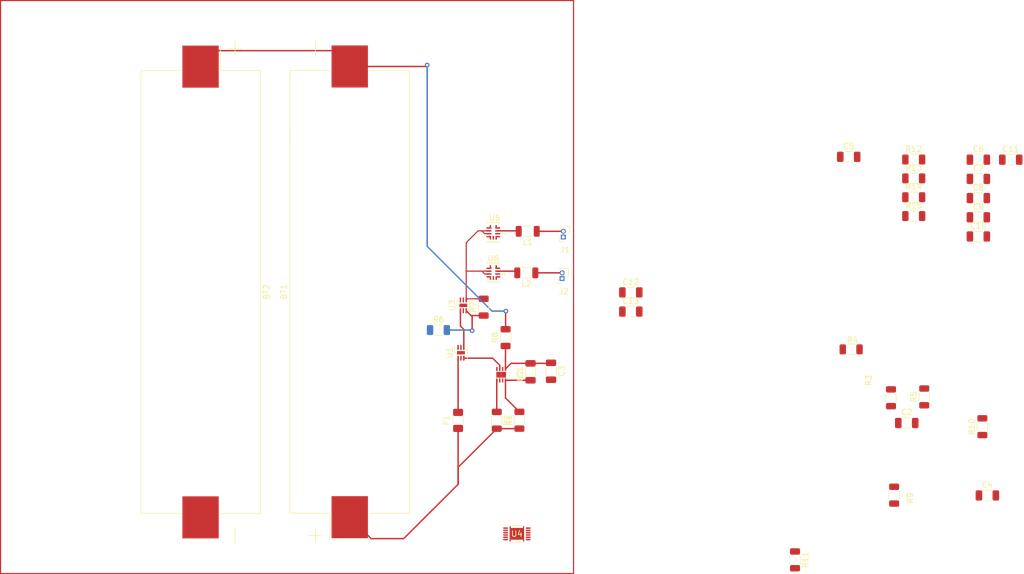
<source format=kicad_pcb>
(kicad_pcb (version 20221018) (generator pcbnew)
  (layers (0 "F.Cu" signal) (31 "B.Cu" signal) (34 "B.Paste" user) (35 "F.Paste" user) (36 "B.SilkS" user "B.Silkscreen") (37 "F.SilkS" user "F.Silkscreen") (38 "B.Mask" user) (39 "F.Mask" user) (44 "Edge.Cuts" user))
  (net 0 "")
  (net 1 "/B2+")
  (net 2 "/B1+")
  (net 3 "GND")
  (net 4 "Net-(U2-V2)")
  (net 5 "Net-(U2-V1)")
  (net 6 "/SRP")
  (net 7 "/SRN")
  (net 8 "Net-(U4-VC1)")
  (net 9 "Net-(U4-VC2)")
  (net 10 "Net-(U4-PBI)")
  (net 11 "/PACK+")
  (net 12 "Net-(U5-SS_TR)")
  (net 13 "Net-(U6-SS_TR)")
  (net 14 "/3.3V")
  (net 15 "/5V")
  (net 16 "Net-(U5-SW)")
  (net 17 "Net-(U6-SW)")
  (net 18 "Net-(U2-VDD)")
  (net 19 "/PACK-")
  (net 20 "/DSG")
  (net 21 "Net-(U4-PACK)")
  (net 22 "Net-(U5-FB_VSET)")
  (net 23 "Net-(U6-FB_VSET)")
  (net 24 "/OUT")
  (net 25 "/BATT+")
  (net 30 "/FUEL_SCL")
  (net 31 "/FUEL_SDA")
  (net 35 "Net-(C12-Pad2)")
  (net 36 "Net-(U1-D)")
  (net 37 "Net-(U3-G)")
  (footprint "Resistor_SMD:R_1206_3216Metric" (layer "F.Cu") (at 215.648 155.0875 -90)
    (fp_text reference "R11" (at 0 -1.82 90) (layer "F.SilkS"))
    (fp_text value "5")
    (fp_line (start -0.727064 -0.91) (end 0.727064 -0.91) (stroke (width 0.12)) (layer "F.SilkS"))
    (fp_line (start -0.727064 0.91) (end 0.727064 0.91) (stroke (width 0.12)) (layer "F.SilkS"))
    (pad "1" smd roundrect (at -1.4625 0 270) (size 1.125 1.75) (layers "F.Cu" "F.Paste" "F.Mask") (roundrect_rratio 0.222222) (net 9 "Net-(U4-VC2)"))
    (pad "2" smd roundrect (at 1.4625 0 270) (size 1.125 1.75) (layers "F.Cu" "F.Paste" "F.Mask") (roundrect_rratio 0.222222) (net 1 "/B2+"))
  )
  (footprint "Capacitor_SMD:C_1206_3216Metric" (layer "F.Cu") (at 247.65 98.648)
    (fp_text reference "C10" (at 0 -1.85) (layer "F.SilkS"))
    (fp_text value "22u")
    (fp_line (start -0.711252 -0.91) (end 0.711252 -0.91) (stroke (width 0.12)) (layer "F.SilkS"))
    (fp_line (start -0.711252 0.91) (end 0.711252 0.91) (stroke (width 0.12)) (layer "F.SilkS"))
    (pad "1" smd roundrect (at -1.475 0) (size 1.15 1.8) (layers "F.Cu" "F.Paste" "F.Mask") (roundrect_rratio 0.217391) (net 14 "/3.3V"))
    (pad "2" smd roundrect (at 1.475 0) (size 1.15 1.8) (layers "F.Cu" "F.Paste" "F.Mask") (roundrect_rratio 0.217391) (net 3 "GND"))
  )
  (footprint "Capacitor_SMD:C_1206_3216Metric" (layer "F.Cu") (at 253.3 85.248)
    (fp_text reference "C11" (at 0 -1.85) (layer "F.SilkS"))
    (fp_text value "22u")
    (fp_line (start -0.711252 -0.91) (end 0.711252 -0.91) (stroke (width 0.12)) (layer "F.SilkS"))
    (fp_line (start -0.711252 0.91) (end 0.711252 0.91) (stroke (width 0.12)) (layer "F.SilkS"))
    (pad "1" smd roundrect (at -1.475 0) (size 1.15 1.8) (layers "F.Cu" "F.Paste" "F.Mask") (roundrect_rratio 0.217391) (net 15 "/5V"))
    (pad "2" smd roundrect (at 1.475 0) (size 1.15 1.8) (layers "F.Cu" "F.Paste" "F.Mask") (roundrect_rratio 0.217391) (net 3 "GND"))
  )
  (footprint "Connector_PinSocket_1.00mm:PinSocket_1x02_P1.00mm_Vertical" (layer "F.Cu") (at 175 106 180)
    (fp_text reference "J2" (at -0.29 -2.25) (layer "F.SilkS"))
    (fp_text value "Conn_01x02_Pin")
    (fp_line (start -1.1 0.5) (end -1.1 1.81) (stroke (width 0.12)) (layer "F.SilkS"))
    (fp_line (start -1.1 0.5) (end -0.685 0.5) (stroke (width 0.12)) (layer "F.SilkS"))
    (fp_line (start -1.1 1.81) (end 0.52 1.81) (stroke (width 0.12)) (layer "F.SilkS"))
    (fp_line (start 0 -0.81) (end 0.685 -0.81) (stroke (width 0.12)) (layer "F.SilkS"))
    (fp_line (start 0.52 1.445898) (end 0.52 1.81) (stroke (width 0.12)) (layer "F.SilkS"))
    (fp_line (start 0.685 -0.81) (end 0.685 0) (stroke (width 0.12)) (layer "F.SilkS"))
    (pad "1" thru_hole rect (at 0 0 180) (size 0.85 0.85) (drill 0.5) (layers "*.Cu" "*.Mask") (net 3 "GND"))
    (pad "2" thru_hole oval (at 0 1 180) (size 0.85 0.85) (drill 0.5) (layers "*.Cu" "*.Mask") (net 15 "/5V"))
  )
  (footprint "Resistor_SMD:R_1206_3216Metric" (layer "F.Cu") (at 232.95 143.8 -90)
    (fp_text reference "R9" (at 0.508 -2.794 90) (layer "F.SilkS"))
    (fp_text value "10")
    (fp_line (start -0.727064 -0.91) (end 0.727064 -0.91) (stroke (width 0.12)) (layer "F.SilkS"))
    (fp_line (start -0.727064 0.91) (end 0.727064 0.91) (stroke (width 0.12)) (layer "F.SilkS"))
    (pad "1" smd roundrect (at -1.4625 0 270) (size 1.125 1.75) (layers "F.Cu" "F.Paste" "F.Mask") (roundrect_rratio 0.222222) (net 21 "Net-(U4-PACK)"))
    (pad "2" smd roundrect (at 1.4625 0 270) (size 1.125 1.75) (layers "F.Cu" "F.Paste" "F.Mask") (roundrect_rratio 0.222222) (net 11 "/PACK+"))
  )
  (footprint "Capacitor_SMD:C_1206_3216Metric" (layer "F.Cu") (at 247.65 88.598)
    (fp_text reference "C7" (at 0 -1.85) (layer "F.SilkS"))
    (fp_text value "22u")
    (fp_line (start -0.711252 -0.91) (end 0.711252 -0.91) (stroke (width 0.12)) (layer "F.SilkS"))
    (fp_line (start -0.711252 0.91) (end 0.711252 0.91) (stroke (width 0.12)) (layer "F.SilkS"))
    (pad "1" smd roundrect (at -1.475 0) (size 1.15 1.8) (layers "F.Cu" "F.Paste" "F.Mask") (roundrect_rratio 0.217391) (net 11 "/PACK+"))
    (pad "2" smd roundrect (at 1.475 0) (size 1.15 1.8) (layers "F.Cu" "F.Paste" "F.Mask") (roundrect_rratio 0.217391) (net 3 "GND"))
  )
  (footprint "Capacitor_SMD:C_1206_3216Metric" (layer "F.Cu") (at 225.025 84.75)
    (fp_text reference "C5" (at 0 -1.85) (layer "F.SilkS"))
    (fp_text value "2.2u")
    (fp_line (start -0.711252 -0.91) (end 0.711252 -0.91) (stroke (width 0.12)) (layer "F.SilkS"))
    (fp_line (start -0.711252 0.91) (end 0.711252 0.91) (stroke (width 0.12)) (layer "F.SilkS"))
    (pad "1" smd roundrect (at -1.475 0) (size 1.15 1.8) (layers "F.Cu" "F.Paste" "F.Mask") (roundrect_rratio 0.217391) (net 10 "Net-(U4-PBI)"))
    (pad "2" smd roundrect (at 1.475 0) (size 1.15 1.8) (layers "F.Cu" "F.Paste" "F.Mask") (roundrect_rratio 0.217391) (net 3 "GND"))
  )
  (footprint "Resistor_SMD:R_1206_3216Metric" (layer "F.Cu") (at 161.31 110.99 90)
    (fp_text reference "R7" (at 0 -1.82 90) (layer "F.SilkS"))
    (fp_text value "10M")
    (fp_line (start -0.727064 -0.91) (end 0.727064 -0.91) (stroke (width 0.12)) (layer "F.SilkS"))
    (fp_line (start -0.727064 0.91) (end 0.727064 0.91) (stroke (width 0.12)) (layer "F.SilkS"))
    (pad "1" smd roundrect (at -1.4625 0 90) (size 1.125 1.75) (layers "F.Cu" "F.Paste" "F.Mask") (roundrect_rratio 0.222222) (net 37 "Net-(U3-G)"))
    (pad "2" smd roundrect (at 1.4625 0 90) (size 1.125 1.75) (layers "F.Cu" "F.Paste" "F.Mask") (roundrect_rratio 0.222222) (net 11 "/PACK+"))
  )
  (footprint "PowerBoardLibrary:DSG8_TEX" (layer "F.Cu") (at 164.37 122.77 90)
    (fp_text reference "U2" (at -0.21 3.3 90 unlocked) (layer "F.SilkS"))
    (fp_text value "BQ296202DSGR")
    (fp_poly (pts (xy -0.5207 -0.8509) (xy 0.4953 -0.8509) (xy 0.4953 0) (xy -0.5207 0)) (fill solid) (layer "F.Cu"))
    (fp_poly (pts (xy -0.5207 0.8509) (xy 0.4953 0.8509) (xy 0.4953 0) (xy -0.5207 0)) (fill solid) (layer "F.Cu"))
    (pad "1" smd rect (at -1.0033 -0.750001 90) (size 0.7112 0.254) (layers "F.Cu" "F.Paste" "F.Mask") (net 18 "Net-(U2-VDD)"))
    (pad "2" smd rect (at -1.0033 -0.25 90) (size 0.7112 0.254) (layers "F.Cu" "F.Paste" "F.Mask"))
    (pad "3" smd rect (at -1.0033 0.25 90) (size 0.7112 0.254) (layers "F.Cu" "F.Paste" "F.Mask"))
    (pad "4" smd rect (at -1.0033 0.750001 90) (size 0.7112 0.254) (layers "F.Cu" "F.Paste" "F.Mask") (net 4 "Net-(U2-V2)"))
    (pad "5" smd rect (at 1.0033 0.750001 90) (size 0.7112 0.254) (layers "F.Cu" "F.Paste" "F.Mask") (net 5 "Net-(U2-V1)"))
    (pad "6" smd rect (at 1.0033 0.25 90) (size 0.7112 0.254) (layers "F.Cu" "F.Paste" "F.Mask") (net 3 "GND"))
    (pad "7" smd rect (at 1.0033 -0.25 90) (size 0.7112 0.254) (layers "F.Cu" "F.Paste" "F.Mask") (net 24 "/OUT"))
    (pad "8" smd rect (at 1.0033 -0.750001 90) (size 0.7112 0.254) (layers "F.Cu" "F.Paste" "F.Mask"))
  )
  (footprint "Connector_PinSocket_1.00mm:PinSocket_1x02_P1.00mm_Vertical" (layer "F.Cu") (at 175.21 98.75 180)
    (fp_text reference "J1" (at -0.29 -2.25) (layer "F.SilkS"))
    (fp_text value "Conn_01x02_Pin")
    (fp_line (start -1.1 0.5) (end -1.1 1.81) (stroke (width 0.12)) (layer "F.SilkS"))
    (fp_line (start -1.1 0.5) (end -0.685 0.5) (stroke (width 0.12)) (layer "F.SilkS"))
    (fp_line (start -1.1 1.81) (end 0.52 1.81) (stroke (width 0.12)) (layer "F.SilkS"))
    (fp_line (start 0 -0.81) (end 0.685 -0.81) (stroke (width 0.12)) (layer "F.SilkS"))
    (fp_line (start 0.52 1.445898) (end 0.52 1.81) (stroke (width 0.12)) (layer "F.SilkS"))
    (fp_line (start 0.685 -0.81) (end 0.685 0) (stroke (width 0.12)) (layer "F.SilkS"))
    (pad "1" thru_hole rect (at 0 0 180) (size 0.85 0.85) (drill 0.5) (layers "*.Cu" "*.Mask") (net 3 "GND"))
    (pad "2" thru_hole oval (at 0 1 180) (size 0.85 0.85) (drill 0.5) (layers "*.Cu" "*.Mask") (net 14 "/3.3V"))
  )
  (footprint "Capacitor_SMD:C_1206_3216Metric" (layer "F.Cu") (at 247.65 85.248)
    (fp_text reference "C6" (at 0 -1.85) (layer "F.SilkS"))
    (fp_text value "22u")
    (fp_line (start -0.711252 -0.91) (end 0.711252 -0.91) (stroke (width 0.12)) (layer "F.SilkS"))
    (fp_line (start -0.711252 0.91) (end 0.711252 0.91) (stroke (width 0.12)) (layer "F.SilkS"))
    (pad "1" smd roundrect (at -1.475 0) (size 1.15 1.8) (layers "F.Cu" "F.Paste" "F.Mask") (roundrect_rratio 0.217391) (net 11 "/PACK+"))
    (pad "2" smd roundrect (at 1.475 0) (size 1.15 1.8) (layers "F.Cu" "F.Paste" "F.Mask") (roundrect_rratio 0.217391) (net 3 "GND"))
  )
  (footprint "Resistor_SMD:R_1206_3216Metric" (layer "F.Cu") (at 236.37 95.088)
    (fp_text reference "R15" (at 0 -1.82) (layer "F.SilkS"))
    (fp_text value "24.9k")
    (fp_line (start -0.727064 -0.91) (end 0.727064 -0.91) (stroke (width 0.12)) (layer "F.SilkS"))
    (fp_line (start -0.727064 0.91) (end 0.727064 0.91) (stroke (width 0.12)) (layer "F.SilkS"))
    (pad "1" smd roundrect (at -1.4625 0) (size 1.125 1.75) (layers "F.Cu" "F.Paste" "F.Mask") (roundrect_rratio 0.222222) (net 23 "Net-(U6-FB_VSET)"))
    (pad "2" smd roundrect (at 1.4625 0) (size 1.125 1.75) (layers "F.Cu" "F.Paste" "F.Mask") (roundrect_rratio 0.222222) (net 3 "GND"))
  )
  (footprint "PowerBoardLibrary:RYT0009A-MFG" (layer "F.Cu") (at 163 104.950001 180)
    (fp_text reference "U6" (at 0 2.450001 unlocked) (layer "F.SilkS"))
    (fp_text value "TPS62993QRYTRQ1" hide)
    (fp_poly (pts (xy -1.2 -0.825) (xy -1.15 -0.875) (xy -0.675 -0.875) (xy -0.625 -0.924999) (xy -0.625 -1.224999) (xy -0.575 -1.275001) (xy -0.425 -1.275001) (xy -0.374998 -1.224999) (xy -0.375001 -0.675) (xy -0.425 -0.625) (xy -1.15 -0.625) (xy -1.2 -0.675)) (fill solid) (layer "F.Cu"))
    (fp_poly (pts (xy 1.2 -0.825) (xy 1.15 -0.875) (xy 0.675 -0.875) (xy 0.625 -0.924999) (xy 0.625 -1.224999) (xy 0.575 -1.275001) (xy 0.425 -1.275001) (xy 0.375001 -1.224999) (xy 0.375001 -0.675) (xy 0.425 -0.625) (xy 1.15 -0.625) (xy 1.2 -0.675)) (fill solid) (layer "F.Cu"))
    (fp_poly (pts (xy -1.2 0.825) (xy -1.15 0.875) (xy -0.675 0.875) (xy -0.625 0.924999) (xy -0.625 1.224999) (xy -0.575 1.275001) (xy -0.425 1.274999) (xy -0.375001 1.224999) (xy -0.375001 0.911603) (xy -0.349999 0.868302) (xy -0.325001 0.825) (xy -0.325001 0.675) (xy -0.375001 0.625) (xy -1.15 0.625) (xy -1.2 0.675)) (fill solid) (layer "F.Cu"))
    (fp_poly (pts (xy 1.2 0.825) (xy 1.15 0.875) (xy 0.675 0.875) (xy 0.625 0.924999) (xy 0.625 1.224999) (xy 0.575 1.275001) (xy 0.425 1.274999) (xy 0.374998 1.224999) (xy 0.375001 0.911603) (xy 0.349999 0.868302) (xy 0.325001 0.825) (xy 0.325001 0.675) (xy 0.375001 0.625) (xy 1.15 0.625) (xy 1.2 0.675)) (fill solid) (layer "F.Cu"))
    (fp_line (start -1.05 -1.675) (end 1.05 -1.675) (stroke (width 0.15)) (layer "F.SilkS"))
    (fp_line (start -1.05 -1.650002) (end -1.05 -1.675) (stroke (width 0.15)) (layer "F.SilkS"))
    (fp_line (start -1.05 1.675) (end -1.05 1.650002) (stroke (width 0.15)) (layer "F.SilkS"))
    (fp_line (start -1.05 1.675) (end 1.05 1.675) (stroke (width 0.15)) (layer "F.SilkS"))
    (fp_line (start 1.05 -1.650002) (end 1.05 -1.675) (stroke (width 0.15)) (layer "F.SilkS"))
    (fp_line (start 1.05 1.675) (end 1.05 1.650002) (stroke (width 0.15)) (layer "F.SilkS"))
    (fp_circle (center -1.799999 -0.25) (end -1.674998 -0.25) (stroke (width 0.25)) (fill none) (layer "F.SilkS"))
    (pad "1" smd rect (at -0.7625 -0.25 180) (size 0.875 0.249999) (layers "F.Cu" "F.Paste" "F.Mask"))
    (pad "2" smd rect (at -0.7625 0.25 180) (size 0.875 0.249999) (layers "F.Cu" "F.Paste" "F.Mask") (net 17 "Net-(U6-SW)"))
    (pad "3" smd circle (at -0.509374 0.828124 180) (size 0.241877 0.241877) (layers "F.Cu" "F.Paste" "F.Mask") (net 15 "/5V"))
    (pad "4" smd circle (at 0.4875 0.787499 180) (size 0.278074 0.278074) (layers "F.Cu" "F.Paste" "F.Mask") (net 3 "GND"))
    (pad "5" smd rect (at 0.7625 0.25 180) (size 0.875 0.249999) (layers "F.Cu" "F.Paste" "F.Mask") (net 11 "/PACK+"))
    (pad "6" smd rect (at 0.7625 -0.25 180) (size 0.875 0.249999) (layers "F.Cu" "F.Paste" "F.Mask") (net 11 "/PACK+"))
    (pad "7" smd circle (at 0.5375 -0.787499 180) (size 0.241877 0.241877) (layers "F.Cu" "F.Paste" "F.Mask") (net 3 "GND"))
    (pad "8" smd rect (at 0 -0.950001 180) (size 0.249999 0.650001) (layers "F.Cu" "F.Paste" "F.Mask") (net 13 "Net-(U6-SS_TR)"))
    (pad "9" smd circle (at -0.509374 -0.828124 180) (size 0.241877 0.241877) (layers "F.Cu" "F.Paste" "F.Mask") (net 23 "Net-(U6-FB_VSET)"))
  )
  (footprint "Capacitor_SMD:C_1206_3216Metric" (layer "F.Cu") (at 249.225 143.85)
    (fp_text reference "C4" (at 0 -1.85) (layer "F.SilkS"))
    (fp_text value "2.2u")
    (fp_line (start -0.711252 -0.91) (end 0.711252 -0.91) (stroke (width 0.12)) (layer "F.SilkS"))
    (fp_line (start -0.711252 0.91) (end 0.711252 0.91) (stroke (width 0.12)) (layer "F.SilkS"))
    (pad "1" smd roundrect (at -1.475 0) (size 1.15 1.8) (layers "F.Cu" "F.Paste" "F.Mask") (roundrect_rratio 0.217391) (net 8 "Net-(U4-VC1)"))
    (pad "2" smd roundrect (at 1.475 0) (size 1.15 1.8) (layers "F.Cu" "F.Paste" "F.Mask") (roundrect_rratio 0.217391) (net 9 "Net-(U4-VC2)"))
  )
  (footprint "Resistor_SMD:R_1206_3216Metric" (layer "F.Cu") (at 236.37 85.218)
    (fp_text reference "R12" (at 0 -1.82) (layer "F.SilkS"))
    (fp_text value "113k")
    (fp_line (start -0.727064 -0.91) (end 0.727064 -0.91) (stroke (width 0.12)) (layer "F.SilkS"))
    (fp_line (start -0.727064 0.91) (end 0.727064 0.91) (stroke (width 0.12)) (layer "F.SilkS"))
    (pad "1" smd roundrect (at -1.4625 0) (size 1.125 1.75) (layers "F.Cu" "F.Paste" "F.Mask") (roundrect_rratio 0.222222) (net 14 "/3.3V"))
    (pad "2" smd roundrect (at 1.4625 0) (size 1.125 1.75) (layers "F.Cu" "F.Paste" "F.Mask") (roundrect_rratio 0.222222) (net 22 "Net-(U5-FB_VSET)"))
  )
  (footprint "Capacitor_SMD:C_1206_3216Metric" (layer "F.Cu") (at 169.49 122.27 90)
    (fp_text reference "C1" (at 0 -1.85 90) (layer "F.SilkS"))
    (fp_text value "0.1u")
    (fp_line (start -0.711252 -0.91) (end 0.711252 -0.91) (stroke (width 0.12)) (layer "F.SilkS"))
    (fp_line (start -0.711252 0.91) (end 0.711252 0.91) (stroke (width 0.12)) (layer "F.SilkS"))
    (pad "1" smd roundrect (at -1.475 0 90) (size 1.15 1.8) (layers "F.Cu" "F.Paste" "F.Mask") (roundrect_rratio 0.217391) (net 4 "Net-(U2-V2)"))
    (pad "2" smd roundrect (at 1.475 0 90) (size 1.15 1.8) (layers "F.Cu" "F.Paste" "F.Mask") (roundrect_rratio 0.217391) (net 5 "Net-(U2-V1)"))
  )
  (footprint "Capacitor_SMD:C_1206_3216Metric" (layer "F.Cu") (at 186.993 108.41)
    (fp_text reference "C12" (at 0 -1.85) (layer "F.SilkS"))
    (fp_text value "0.1u")
    (fp_line (start -0.711252 -0.91) (end 0.711252 -0.91) (stroke (width 0.12)) (layer "F.SilkS"))
    (fp_line (start -0.711252 0.91) (end 0.711252 0.91) (stroke (width 0.12)) (layer "F.SilkS"))
    (pad "1" smd roundrect (at -1.475 0) (size 1.15 1.8) (layers "F.Cu" "F.Paste" "F.Mask") (roundrect_rratio 0.217391) (net 3 "GND"))
    (pad "2" smd roundrect (at 1.475 0) (size 1.15 1.8) (layers "F.Cu" "F.Paste" "F.Mask") (roundrect_rratio 0.217391) (net 35 "Net-(C12-Pad2)"))
  )
  (footprint "Resistor_SMD:R_1206_3216Metric" (layer "F.Cu") (at 153.42 114.98)
    (fp_text reference "R6" (at 0 -1.82) (layer "F.SilkS"))
    (fp_text value "5.1k")
    (fp_line (start -0.727064 -0.91) (end 0.727064 -0.91) (stroke (width 0.12)) (layer "F.SilkS"))
    (fp_line (start -0.727064 0.91) (end 0.727064 0.91) (stroke (width 0.12)) (layer "F.SilkS"))
    (pad "1" smd roundrect (at -1.4625 0) (size 1.125 1.75) (layers "B.Cu" "F.Paste" "F.Mask") (roundrect_rratio 0.222222) (net 20 "/DSG"))
    (pad "2" smd roundrect (at 1.4625 0) (size 1.125 1.75) (layers "B.Cu" "F.Paste" "F.Mask") (roundrect_rratio 0.222222) (net 37 "Net-(U3-G)"))
  )
  (footprint "Capacitor_SMD:C_1206_3216Metric" (layer "F.Cu") (at 186.993 111.76)
    (fp_text reference "C13" (at 0 -1.85) (layer "F.SilkS"))
    (fp_text value "0.1u")
    (fp_line (start -0.711252 -0.91) (end 0.711252 -0.91) (stroke (width 0.12)) (layer "F.SilkS"))
    (fp_line (start -0.711252 0.91) (end 0.711252 0.91) (stroke (width 0.12)) (layer "F.SilkS"))
    (pad "1" smd roundrect (at -1.475 0) (size 1.15 1.8) (layers "F.Cu" "F.Paste" "F.Mask") (roundrect_rratio 0.217391) (net 1 "/B2+"))
    (pad "2" smd roundrect (at 1.475 0) (size 1.15 1.8) (layers "F.Cu" "F.Paste" "F.Mask") (roundrect_rratio 0.217391) (net 35 "Net-(C12-Pad2)"))
  )
  (footprint "PowerBoardLibrary:RYT0009A-MFG" (layer "F.Cu") (at 162.990626 97.921876 180)
    (fp_text reference "U5" (at -0.2375 2.5 unlocked) (layer "F.SilkS"))
    (fp_text value "TPS62993QRYTRQ1" hide)
    (fp_poly (pts (xy -1.2 -0.825) (xy -1.15 -0.875) (xy -0.675 -0.875) (xy -0.625 -0.924999) (xy -0.625 -1.224999) (xy -0.575 -1.275001) (xy -0.425 -1.275001) (xy -0.374998 -1.224999) (xy -0.375001 -0.675) (xy -0.425 -0.625) (xy -1.15 -0.625) (xy -1.2 -0.675)) (fill solid) (layer "F.Cu"))
    (fp_poly (pts (xy 1.2 -0.825) (xy 1.15 -0.875) (xy 0.675 -0.875) (xy 0.625 -0.924999) (xy 0.625 -1.224999) (xy 0.575 -1.275001) (xy 0.425 -1.275001) (xy 0.375001 -1.224999) (xy 0.375001 -0.675) (xy 0.425 -0.625) (xy 1.15 -0.625) (xy 1.2 -0.675)) (fill solid) (layer "F.Cu"))
    (fp_poly (pts (xy -1.2 0.825) (xy -1.15 0.875) (xy -0.675 0.875) (xy -0.625 0.924999) (xy -0.625 1.224999) (xy -0.575 1.275001) (xy -0.425 1.274999) (xy -0.375001 1.224999) (xy -0.375001 0.911603) (xy -0.349999 0.868302) (xy -0.325001 0.825) (xy -0.325001 0.675) (xy -0.375001 0.625) (xy -1.15 0.625) (xy -1.2 0.675)) (fill solid) (layer "F.Cu"))
    (fp_poly (pts (xy 1.2 0.825) (xy 1.15 0.875) (xy 0.675 0.875) (xy 0.625 0.924999) (xy 0.625 1.224999) (xy 0.575 1.275001) (xy 0.425 1.274999) (xy 0.374998 1.224999) (xy 0.375001 0.911603) (xy 0.349999 0.868302) (xy 0.325001 0.825) (xy 0.325001 0.675) (xy 0.375001 0.625) (xy 1.15 0.625) (xy 1.2 0.675)) (fill solid) (layer "F.Cu"))
    (fp_line (start -1.05 -1.675) (end 1.05 -1.675) (stroke (width 0.15)) (layer "F.SilkS"))
    (fp_line (start -1.05 -1.650002) (end -1.05 -1.675) (stroke (width 0.15)) (layer "F.SilkS"))
    (fp_line (start -1.05 1.675) (end -1.05 1.650002) (stroke (width 0.15)) (layer "F.SilkS"))
    (fp_line (start -1.05 1.675) (end 1.05 1.675) (stroke (width 0.15)) (layer "F.SilkS"))
    (fp_line (start 1.05 -1.650002) (end 1.05 -1.675) (stroke (width 0.15)) (layer "F.SilkS"))
    (fp_line (start 1.05 1.675) (end 1.05 1.650002) (stroke (width 0.15)) (layer "F.SilkS"))
    (fp_circle (center -1.799999 -0.25) (end -1.674998 -0.25) (stroke (width 0.25)) (fill none) (layer "F.SilkS"))
    (pad "1" smd rect (at -0.7625 -0.25 180) (size 0.875 0.249999) (layers "F.Cu" "F.Paste" "F.Mask"))
    (pad "2" smd rect (at -0.7625 0.25 180) (size 0.875 0.249999) (layers "F.Cu" "F.Paste" "F.Mask") (net 16 "Net-(U5-SW)"))
    (pad "3" smd circle (at -0.509374 0.828124 180) (size 0.241877 0.241877) (layers "F.Cu" "F.Paste" "F.Mask") (net 14 "/3.3V"))
    (pad "4" smd circle (at 0.4875 0.787499 180) (size 0.278074 0.278074) (layers "F.Cu" "F.Paste" "F.Mask") (net 3 "GND"))
    (pad "5" smd rect (at 0.7625 0.25 180) (size 0.875 0.249999) (layers "F.Cu" "F.Paste" "F.Mask") (net 11 "/PACK+"))
    (pad "6" smd rect (at 0.7625 -0.25 180) (size 0.875 0.249999) (layers "F.Cu" "F.Paste" "F.Mask") (net 11 "/PACK+"))
    (pad "7" smd circle (at 0.5375 -0.787499 180) (size 0.241877 0.241877) (layers "F.Cu" "F.Paste" "F.Mask") (net 3 "GND"))
    (pad "8" smd rect (at 0 -0.950001 180) (size 0.249999 0.650001) (layers "F.Cu" "F.Paste" "F.Mask") (net 12 "Net-(U5-SS_TR)"))
    (pad "9" smd circle (at -0.509374 -0.828124 180) (size 0.241877 0.241877) (layers "F.Cu" "F.Paste" "F.Mask") (net 22 "Net-(U5-FB_VSET)"))
  )
  (footprint "Capacitor_SMD:C_1206_3216Metric" (layer "F.Cu") (at 247.65 95.298)
    (fp_text reference "C9" (at 0 -1.85) (layer "F.SilkS"))
    (fp_text value "22u")
    (fp_line (start -0.711252 -0.91) (end 0.711252 -0.91) (stroke (width 0.12)) (layer "F.SilkS"))
    (fp_line (start -0.711252 0.91) (end 0.711252 0.91) (stroke (width 0.12)) (layer "F.SilkS"))
    (pad "1" smd roundrect (at -1.475 0) (size 1.15 1.8) (layers "F.Cu" "F.Paste" "F.Mask") (roundrect_rratio 0.217391) (net 13 "Net-(U6-SS_TR)"))
    (pad "2" smd roundrect (at 1.475 0) (size 1.15 1.8) (layers "F.Cu" "F.Paste" "F.Mask") (roundrect_rratio 0.217391) (net 3 "GND"))
  )
  (footprint "Capacitor_SMD:C_1206_3216Metric" (layer "F.Cu") (at 247.65 91.948)
    (fp_text reference "C8" (at 0 -1.85) (layer "F.SilkS"))
    (fp_text value "22u")
    (fp_line (start -0.711252 -0.91) (end 0.711252 -0.91) (stroke (width 0.12)) (layer "F.SilkS"))
    (fp_line (start -0.711252 0.91) (end 0.711252 0.91) (stroke (width 0.12)) (layer "F.SilkS"))
    (pad "1" smd roundrect (at -1.475 0) (size 1.15 1.8) (layers "F.Cu" "F.Paste" "F.Mask") (roundrect_rratio 0.217391) (net 12 "Net-(U5-SS_TR)"))
    (pad "2" smd roundrect (at 1.475 0) (size 1.15 1.8) (layers "F.Cu" "F.Paste" "F.Mask") (roundrect_rratio 0.217391) (net 3 "GND"))
  )
  (footprint "Capacitor_SMD:C_1206_3216Metric" (layer "F.Cu") (at 235.15 131.2)
    (fp_text reference "C2" (at 0.025 -1.9) (layer "F.SilkS"))
    (fp_text value "0.1u")
    (fp_line (start -0.711252 -0.91) (end 0.711252 -0.91) (stroke (width 0.12)) (layer "F.SilkS"))
    (fp_line (start -0.711252 0.91) (end 0.711252 0.91) (stroke (width 0.12)) (layer "F.SilkS"))
    (pad "1" smd roundrect (at -1.475 0) (size 1.15 1.8) (layers "F.Cu" "F.Paste" "F.Mask") (roundrect_rratio 0.217391) (net 6 "/SRP"))
    (pad "2" smd roundrect (at 1.475 0) (size 1.15 1.8) (layers "F.Cu" "F.Paste" "F.Mask") (roundrect_rratio 0.217391) (net 7 "/SRN"))
  )
  (footprint "Battery:BatteryHolder_Keystone_1042_1x18650" (layer "F.Cu") (at 137.938 108.312 90)
    (fp_text reference "BT1" (at 0 -11.5 90) (layer "F.SilkS"))
    (fp_text value "Battery_Cell")
    (fp_line (start -43.75 -6) (end -41.25 -6) (stroke (width 0.12)) (layer "F.SilkS"))
    (fp_line (start -42.5 -4.75) (end -42.5 -7.25) (stroke (width 0.12)) (layer "F.SilkS"))
    (fp_line (start -38.64 -10.44) (end -38.64 -3.44) (stroke (width 0.12)) (layer "F.SilkS"))
    (fp_line (start -38.64 -3.44) (end -43 -3.44) (stroke (width 0.12)) (layer "F.SilkS"))
    (fp_line (start -38.64 10.44) (end -38.64 3.44) (stroke (width 0.12)) (layer "F.SilkS"))
    (fp_line (start 38.64 -10.44) (end -38.64 -10.44) (stroke (width 0.12)) (layer "F.SilkS"))
    (fp_line (start 38.64 -3.44) (end 38.64 -10.42) (stroke (width 0.12)) (layer "F.SilkS"))
    (fp_line (start 38.64 3.44) (end 38.64 10.44) (stroke (width 0.12)) (layer "F.SilkS"))
    (fp_line (start 38.64 10.44) (end -38.64 10.44) (stroke (width 0.12)) (layer "F.SilkS"))
    (fp_line (start 43.75 -6) (end 41.25 -6) (stroke (width 0.12)) (layer "F.SilkS"))
    (pad "" np_thru_hole circle (at -35.93 -8 90) (size 2.39 2.39) (drill 2.39) (layers "*.Cu" "*.Mask"))
    (pad "" np_thru_hole circle (at -27.6 8 90) (size 3.45 3.45) (drill 3.45) (layers "*.Cu" "*.Mask"))
    (pad "" np_thru_hole circle (at 27.6 -8 90) (size 3.45 3.45) (drill 3.45) (layers "*.Cu" "*.Mask"))
    (pad "1" smd rect (at -39.33 0 90) (size 7.34 6.35) (layers "F.Cu" "F.Paste" "F.Mask") (net 1 "/B2+"))
    (pad "2" smd rect (at 39.33 0 90) (size 7.34 6.35) (layers "F.Cu" "F.Paste" "F.Mask") (net 2 "/B1+"))
  )
  (footprint "Inductor_SMD:L_1206_3216Metric" (layer "F.Cu") (at 169 97.75 180)
    (fp_text reference "L1" (at 0 -1.9) (layer "F.SilkS"))
    (fp_text value "2.2u")
    (fp_line (start -0.835242 -0.91) (end 0.835242 -0.91) (stroke (width 0.12)) (layer "F.SilkS"))
    (fp_line (start -0.835242 0.91) (end 0.835242 0.91) (stroke (width 0.12)) (layer "F.SilkS"))
    (pad "1" smd roundrect (at -1.575 0 180) (size 1.05 1.9) (layers "F.Cu" "F.Paste" "F.Mask") (roundrect_rratio 0.238095) (net 14 "/3.3V"))
    (pad "2" smd roundrect (at 1.575 0 180) (size 1.05 1.9) (layers "F.Cu" "F.Paste" "F.Mask") (roundrect_rratio 0.238095) (net 16 "Net-(U5-SW)"))
  )
  (footprint "Inductor_SMD:L_1206_3216Metric" (layer "F.Cu") (at 168.75 105 180)
    (fp_text reference "L2" (at 0 -1.9) (layer "F.SilkS"))
    (fp_text value "2.2u")
    (fp_line (start -0.835242 -0.91) (end 0.835242 -0.91) (stroke (width 0.12)) (layer "F.SilkS"))
    (fp_line (start -0.835242 0.91) (end 0.835242 0.91) (stroke (width 0.12)) (layer "F.SilkS"))
    (pad "1" smd roundrect (at -1.575 0 180) (size 1.05 1.9) (layers "F.Cu" "F.Paste" "F.Mask") (roundrect_rratio 0.238095) (net 15 "/5V"))
    (pad "2" smd roundrect (at 1.575 0 180) (size 1.05 1.9) (layers "F.Cu" "F.Paste" "F.Mask") (roundrect_rratio 0.238095) (net 17 "Net-(U6-SW)"))
  )
  (footprint "Resistor_SMD:R_1206_3216Metric" (layer "F.Cu") (at 232.4 126.8 90)
    (fp_text reference "R3" (at 3.0375 -3.9 90) (layer "F.SilkS"))
    (fp_text value "100")
    (fp_line (start -0.727064 -0.91) (end 0.727064 -0.91) (stroke (width 0.12)) (layer "F.SilkS"))
    (fp_line (start -0.727064 0.91) (end 0.727064 0.91) (stroke (width 0.12)) (layer "F.SilkS"))
    (pad "1" smd roundrect (at -1.4625 0 90) (size 1.125 1.75) (layers "F.Cu" "F.Paste" "F.Mask") (roundrect_rratio 0.222222) (net 6 "/SRP"))
    (pad "2" smd roundrect (at 1.4625 0 90) (size 1.125 1.75) (layers "F.Cu" "F.Paste" "F.Mask") (roundrect_rratio 0.222222) (net 3 "GND"))
  )
  (footprint "Resistor_SMD:R_1206_3216Metric" (layer "F.Cu") (at 238.2 126.65 90)
    (fp_text reference "R5" (at 0 -1.82 90) (layer "F.SilkS"))
    (fp_text value "100")
    (fp_line (start -0.727064 -0.91) (end 0.727064 -0.91) (stroke (width 0.12)) (layer "F.SilkS"))
    (fp_line (start -0.727064 0.91) (end 0.727064 0.91) (stroke (width 0.12)) (layer "F.SilkS"))
    (pad "1" smd roundrect (at -1.4625 0 90) (size 1.125 1.75) (layers "F.Cu" "F.Paste" "F.Mask") (roundrect_rratio 0.222222) (net 7 "/SRN"))
    (pad "2" smd roundrect (at 1.4625 0 90) (size 1.125 1.75) (layers "F.Cu" "F.Paste" "F.Mask") (roundrect_rratio 0.222222) (net 19 "/PACK-"))
  )
  (footprint "Package_DFN_QFN:DFN-6-1EP_2x2mm_P0.5mm_EP0.6x1.37mm" (layer "F.Cu") (at 157.35 118.95 90)
    (fp_text reference "U1" (at 0 -1.95 90) (layer "F.SilkS"))
    (fp_text value "DMN3020UFDF" hide)
    (fp_line (start -1 1.11) (end 1 1.11) (stroke (width 0.12)) (layer "F.SilkS"))
    (fp_line (start 0 -1.11) (end 1 -1.11) (stroke (width 0.12)) (layer "F.SilkS"))
    (pad "1" smd roundrect (at -0.9375 -0.5 90) (size 0.875 0.25) (layers "F.Cu" "F.Paste" "F.Mask") (net 36 "Net-(U1-D)"))
    (pad "2" smd roundrect (at -0.9375 0 90) (size 0.875 0.25) (layers "F.Cu" "F.Paste" "F.Mask"))
    (pad "3" smd roundrect (at -0.9375 0.5 90) (size 0.875 0.25) (layers "F.Cu" "F.Paste" "F.Mask") (net 24 "/OUT"))
    (pad "4" smd roundrect (at 0.9375 0.5 90) (size 0.875 0.25) (layers "F.Cu" "F.Paste" "F.Mask") (net 25 "/BATT+"))
    (pad "5" smd roundrect (at 0.9375 0 90) (size 0.875 0.25) (layers "F.Cu" "F.Paste" "F.Mask"))
    (pad "6" smd roundrect (at 0.9375 -0.5 90) (size 0.875 0.25) (layers "F.Cu" "F.Paste" "F.Mask"))
    (pad "7" smd rect (at 0 0 90) (size 0.6 1.37) (layers "F.Cu" "F.Mask"))
  )
  (footprint "Capacitor_SMD:C_1206_3216Metric" (layer "F.Cu") (at 173.07 122.175 -90)
    (fp_text reference "C3" (at 0 -1.85 90) (layer "F.SilkS"))
    (fp_text value "0.1u")
    (fp_line (start -0.711252 -0.91) (end 0.711252 -0.91) (stroke (width 0.12)) (layer "F.SilkS"))
    (fp_line (start -0.711252 0.91) (end 0.711252 0.91) (stroke (width 0.12)) (layer "F.SilkS"))
    (pad "1" smd roundrect (at -1.475 0 270) (size 1.15 1.8) (layers "F.Cu" "F.Paste" "F.Mask") (roundrect_rratio 0.217391) (net 5 "Net-(U2-V1)"))
    (pad "2" smd roundrect (at 1.475 0 270) (size 1.15 1.8) (layers "F.Cu" "F.Paste" "F.Mask") (roundrect_rratio 0.217391) (net 3 "GND"))
  )
  (footprint "Resistor_SMD:R_1206_3216Metric" (layer "F.Cu") (at 225.45 118.35)
    (fp_text reference "R4" (at 0.25 -1.6 180) (layer "F.SilkS"))
    (fp_text value "10m")
    (fp_line (start -0.727064 -0.91) (end 0.727064 -0.91) (stroke (width 0.12)) (layer "F.SilkS"))
    (fp_line (start -0.727064 0.91) (end 0.727064 0.91) (stroke (width 0.12)) (layer "F.SilkS"))
    (pad "1" smd roundrect (at -1.4625 0) (size 1.125 1.75) (layers "F.Cu" "F.Paste" "F.Mask") (roundrect_rratio 0.222222) (net 3 "GND"))
    (pad "2" smd roundrect (at 1.4625 0) (size 1.125 1.75) (layers "F.Cu" "F.Paste" "F.Mask") (roundrect_rratio 0.222222) (net 19 "/PACK-"))
  )
  (footprint "Resistor_SMD:R_1206_3216Metric" (layer "F.Cu") (at 248.35 131.85 90)
    (fp_text reference "R10" (at 0 -1.82 90) (layer "F.SilkS"))
    (fp_text value "100")
    (fp_line (start -0.727064 -0.91) (end 0.727064 -0.91) (stroke (width 0.12)) (layer "F.SilkS"))
    (fp_line (start -0.727064 0.91) (end 0.727064 0.91) (stroke (width 0.12)) (layer "F.SilkS"))
    (pad "1" smd roundrect (at -1.4625 0 90) (size 1.125 1.75) (layers "F.Cu" "F.Paste" "F.Mask") (roundrect_rratio 0.222222) (net 8 "Net-(U4-VC1)"))
    (pad "2" smd roundrect (at 1.4625 0 90) (size 1.125 1.75) (layers "F.Cu" "F.Paste" "F.Mask") (roundrect_rratio 0.222222) (net 2 "/B1+"))
  )
  (footprint "Fuse:Fuse_1206_3216Metric" (layer "F.Cu") (at 156.85 130.75 90)
    (fp_text reference "F1" (at 0 -2 90) (layer "F.SilkS"))
    (fp_text value "Fuse" hide)
    (fp_line (start -0.602064 -0.91) (end 0.602064 -0.91) (stroke (width 0.12)) (layer "F.SilkS"))
    (fp_line (start -0.602064 0.91) (end 0.602064 0.91) (stroke (width 0.12)) (layer "F.SilkS"))
    (pad "1" smd roundrect (at -1.4 0 90) (size 1.25 1.75) (layers "F.Cu" "F.Paste" "F.Mask") (roundrect_rratio 0.2) (net 1 "/B2+"))
    (pad "2" smd roundrect (at 1.4 0 90) (size 1.25 1.75) (layers "F.Cu" "F.Paste" "F.Mask") (roundrect_rratio 0.2) (net 36 "Net-(U1-D)"))
  )
  (footprint "PowerBoardLibrary:VSON12_DRZ_TEX" (layer "F.Cu") (at 167.1085 150.550001)
    (fp_text reference "U4" (at 0 0 unlocked) (layer "F.SilkS"))
    (fp_text value "BQ28Z620DRZR")
    (fp_poly (pts (xy -1.27 -1.0287) (xy -1.27 -1.3335) (xy -1.0668 -1.3335) (xy -1.0668 -1.0287)) (fill solid) (layer "F.Cu"))
    (fp_poly (pts (xy -1.27 1.0287) (xy -1.27 1.3335) (xy -1.0668 1.3335) (xy -1.0668 1.0287)) (fill solid) (layer "F.Cu"))
    (fp_poly (pts (xy 1.27 -1.0287) (xy 1.27 -1.3335) (xy 1.0668 -1.3335) (xy 1.0668 -1.0287)) (fill solid) (layer "F.Cu"))
    (fp_poly (pts (xy 1.27 1.0287) (xy 1.27 1.3335) (xy 1.0668 1.3335) (xy 1.0668 1.0287)) (fill solid) (layer "F.Cu"))
    (fp_line (start -0.754308 1.4478) (end 0.754308 1.4478) (stroke (width 0.1524)) (layer "F.SilkS"))
    (fp_line (start 0.754308 -1.4478) (end -0.754308 -1.4478) (stroke (width 0.1524)) (layer "F.SilkS"))
    (pad "1" smd rect (at -1.9685 -1.000001) (size 0.8128 0.254) (layers "F.Cu" "F.Paste" "F.Mask") (net 3 "GND"))
    (pad "2" smd rect (at -1.9685 -0.599999) (size 0.8128 0.254) (layers "F.Cu" "F.Paste" "F.Mask") (net 7 "/SRN"))
    (pad "3" smd rect (at -1.9685 -0.2) (size 0.8128 0.254) (layers "F.Cu" "F.Paste" "F.Mask") (net 6 "/SRP"))
    (pad "4" smd rect (at -1.9685 0.2) (size 0.8128 0.254) (layers "F.Cu" "F.Paste" "F.Mask"))
    (pad "5" smd rect (at -1.9685 0.599999) (size 0.8128 0.254) (layers "F.Cu" "F.Paste" "F.Mask") (net 30 "/FUEL_SCL"))
    (pad "6" smd rect (at -1.9685 1.000001) (size 0.8128 0.254) (layers "F.Cu" "F.Paste" "F.Mask") (net 31 "/FUEL_SDA"))
    (pad "7" smd rect (at 1.9685 1.000001) (size 0.8128 0.254) (layers "F.Cu" "F.Paste" "F.Mask") (net 20 "/DSG"))
    (pad "8" smd rect (at 1.9685 0.599999) (size 0.8128 0.254) (layers "F.Cu" "F.Paste" "F.Mask") (net 21 "Net-(U4-PACK)"))
    (pad "9" smd rect (at 1.9685 0.2) (size 0.8128 0.254) (layers "F.Cu" "F.Paste" "F.Mask"))
    (pad "10" smd rect (at 1.9685 -0.2) (size 0.8128 0.254) (layers "F.Cu" "F.Paste" "F.Mask") (net 10 "Net-(U4-PBI)"))
    (pad "11" smd rect (at 1.9685 -0.599999) (size 0.8128 0.254) (layers "F.Cu" "F.Paste" "F.Mask") (net 9 "Net-(U4-VC2)"))
    (pad "12" smd rect (at 1.9685 -1.000001) (size 0.8128 0.254) (layers "F.Cu" "F.Paste" "F.Mask") (net 8 "Net-(U4-VC1)"))
    (pad "13" smd rect (at 0 0) (size 2.54 2.0574) (layers "F.Cu" "F.Paste" "F.Mask") (net 3 "GND"))
  )
  (footprint "Resistor_SMD:R_1206_3216Metric" (layer "F.Cu") (at 236.37 91.798)
    (fp_text reference "R14" (at 0 -1.82) (layer "F.SilkS"))
    (fp_text value "182k")
    (fp_line (start -0.727064 -0.91) (end 0.727064 -0.91) (stroke (width 0.12)) (layer "F.SilkS"))
    (fp_line (start -0.727064 0.91) (end 0.727064 0.91) (stroke (width 0.12)) (layer "F.SilkS"))
    (pad "1" smd roundrect (at -1.4625 0) (size 1.125 1.75) (layers "F.Cu" "F.Paste" "F.Mask") (roundrect_rratio 0.222222) (net 15 "/5V"))
    (pad "2" smd roundrect (at 1.4625 0) (size 1.125 1.75) (layers "F.Cu" "F.Paste" "F.Mask") (roundrect_rratio 0.222222) (net 23 "Net-(U6-FB_VSET)"))
  )
  (footprint "Resistor_SMD:R_1206_3216Metric" (layer "F.Cu") (at 236.37 88.508)
    (fp_text reference "R13" (at 0 -1.82) (layer "F.SilkS"))
    (fp_text value "24.9k")
    (fp_line (start -0.727064 -0.91) (end 0.727064 -0.91) (stroke (width 0.12)) (layer "F.SilkS"))
    (fp_line (start -0.727064 0.91) (end 0.727064 0.91) (stroke (width 0.12)) (layer "F.SilkS"))
    (pad "1" smd roundrect (at -1.4625 0) (size 1.125 1.75) (layers "F.Cu" "F.Paste" "F.Mask") (roundrect_rratio 0.222222) (net 22 "Net-(U5-FB_VSET)"))
    (pad "2" smd roundrect (at 1.4625 0) (size 1.125 1.75) (layers "F.Cu" "F.Paste" "F.Mask") (roundrect_rratio 0.222222) (net 3 "GND"))
  )
  (footprint "Package_DFN_QFN:DFN-6-1EP_2x2mm_P0.5mm_EP0.6x1.37mm" (layer "F.Cu") (at 157.76 110.67 90)
    (fp_text reference "U3" (at 0 -1.95 90) (layer "F.SilkS"))
    (fp_text value "DMN3020UFDF" hide)
    (fp_line (start -1 1.11) (end 1 1.11) (stroke (width 0.12)) (layer "F.SilkS"))
    (fp_line (start 0 -1.11) (end 1 -1.11) (stroke (width 0.12)) (layer "F.SilkS"))
    (pad "1" smd roundrect (at -0.9375 -0.5 90) (size 0.875 0.25) (layers "F.Cu" "F.Paste" "F.Mask") (net 25 "/BATT+"))
    (pad "2" smd roundrect (at -0.9375 0 90) (size 0.875 0.25) (layers "F.Cu" "F.Paste" "F.Mask"))
    (pad "3" smd roundrect (at -0.9375 0.5 90) (size 0.875 0.25) (layers "F.Cu" "F.Paste" "F.Mask") (net 37 "Net-(U3-G)"))
    (pad "4" smd roundrect (at 0.9375 0.5 90) (size 0.875 0.25) (layers "F.Cu" "F.Paste" "F.Mask") (net 11 "/PACK+"))
    (pad "5" smd roundrect (at 0.9375 0 90) (size 0.875 0.25) (layers "F.Cu" "F.Paste" "F.Mask"))
    (pad "6" smd roundrect (at 0.9375 -0.5 90) (size 0.875 0.25) (layers "F.Cu" "F.Paste" "F.Mask"))
    (pad "7" smd rect (at 0 0 90) (size 0.6 1.37) (layers "F.Cu" "F.Mask"))
  )
  (footprint "Battery:BatteryHolder_Keystone_1042_1x18650" (layer "F.Cu") (at 111.904 108.342 -90)
    (fp_text reference "BT2" (at 0 -11.5 90) (layer "F.SilkS"))
    (fp_text value "Battery_Cell")
    (fp_line (start -43.75 -6) (end -41.25 -6) (stroke (width 0.12)) (layer "F.SilkS"))
    (fp_line (start -42.5 -4.75) (end -42.5 -7.25) (stroke (width 0.12)) (layer "F.SilkS"))
    (fp_line (start -38.64 -10.44) (end -38.64 -3.44) (stroke (width 0.12)) (layer "F.SilkS"))
    (fp_line (start -38.64 -3.44) (end -43 -3.44) (stroke (width 0.12)) (layer "F.SilkS"))
    (fp_line (start -38.64 10.44) (end -38.64 3.44) (stroke (width 0.12)) (layer "F.SilkS"))
    (fp_line (start 38.64 -10.44) (end -38.64 -10.44) (stroke (width 0.12)) (layer "F.SilkS"))
    (fp_line (start 38.64 -3.44) (end 38.64 -10.42) (stroke (width 0.12)) (layer "F.SilkS"))
    (fp_line (start 38.64 3.44) (end 38.64 10.44) (stroke (width 0.12)) (layer "F.SilkS"))
    (fp_line (start 38.64 10.44) (end -38.64 10.44) (stroke (width 0.12)) (layer "F.SilkS"))
    (fp_line (start 43.75 -6) (end 41.25 -6) (stroke (width 0.12)) (layer "F.SilkS"))
    (pad "" np_thru_hole circle (at -35.93 -8 270) (size 2.39 2.39) (drill 2.39) (layers "*.Cu" "*.Mask"))
    (pad "" np_thru_hole circle (at -27.6 8 270) (size 3.45 3.45) (drill 3.45) (layers "*.Cu" "*.Mask"))
    (pad "" np_thru_hole circle (at 27.6 -8 270) (size 3.45 3.45) (drill 3.45) (layers "*.Cu" "*.Mask"))
    (pad "1" smd rect (at -39.33 0 270) (size 7.34 6.35) (layers "F.Cu" "F.Paste" "F.Mask") (net 2 "/B1+"))
    (pad "2" smd rect (at 39.33 0 270) (size 7.34 6.35) (layers "F.Cu" "F.Paste" "F.Mask") (net 3 "GND"))
  )
  (footprint "Resistor_SMD:R_1206_3216Metric" (layer "F.Cu") (at 163.6 130.73 -90)
    (fp_text reference "R2" (at 0 -1.82 90) (layer "F.SilkS"))
    (fp_text value "100")
    (fp_line (start -0.727064 -0.91) (end 0.727064 -0.91) (stroke (width 0.12)) (layer "F.SilkS"))
    (fp_line (start -0.727064 0.91) (end 0.727064 0.91) (stroke (width 0.12)) (layer "F.SilkS"))
    (pad "1" smd roundrect (at -1.4625 0 270) (size 1.125 1.75) (layers "F.Cu" "F.Paste" "F.Mask") (roundrect_rratio 0.222222) (net 18 "Net-(U2-VDD)"))
    (pad "2" smd roundrect (at 1.4625 0 270) (size 1.125 1.75) (layers "F.Cu" "F.Paste" "F.Mask") (roundrect_rratio 0.222222) (net 1 "/B2+"))
  )
  (footprint "Resistor_SMD:R_1206_3216Metric" (layer "F.Cu") (at 165.14 116.3 90)
    (fp_text reference "R8" (at 0 -1.82 90) (layer "F.SilkS"))
    (fp_text value "1k")
    (fp_line (start -0.727064 -0.91) (end 0.727064 -0.91) (stroke (width 0.12)) (layer "F.SilkS"))
    (fp_line (start -0.727064 0.91) (end 0.727064 0.91) (stroke (width 0.12)) (layer "F.SilkS"))
    (pad "1" smd roundrect (at -1.4625 0 90) (size 1.125 1.75) (layers "F.Cu" "F.Paste" "F.Mask") (roundrect_rratio 0.222222) (net 5 "Net-(U2-V1)"))
    (pad "2" smd roundrect (at 1.4625 0 90) (size 1.125 1.75) (layers "F.Cu" "F.Paste" "F.Mask") (roundrect_rratio 0.222222) (net 2 "/B1+"))
  )
  (footprint "Resistor_SMD:R_1206_3216Metric" (layer "F.Cu") (at 167.55 130.7225 90)
    (fp_text reference "R1" (at 0 -1.82 90) (layer "F.SilkS"))
    (fp_text value "1k")
    (fp_line (start -0.727064 -0.91) (end 0.727064 -0.91) (stroke (width 0.12)) (layer "F.SilkS"))
    (fp_line (start -0.727064 0.91) (end 0.727064 0.91) (stroke (width 0.12)) (layer "F.SilkS"))
    (pad "1" smd roundrect (at -1.4625 0 90) (size 1.125 1.75) (layers "F.Cu" "F.Paste" "F.Mask") (roundrect_rratio 0.222222) (net 1 "/B2+"))
    (pad "2" smd roundrect (at 1.4625 0 90) (size 1.125 1.75) (layers "F.Cu" "F.Paste" "F.Mask") (roundrect_rratio 0.222222) (net 4 "Net-(U2-V2)"))
  )
  (gr_rect (start 77 57.48) (end 177 157.48) (stroke (width 0.2)) (fill none) (layer "F.Cu"))
  (segment (start 163.6 132.1925) (end 156.85 138.9425) (width 0.25) (layer "F.Cu") (net 1))
  (segment (start 156.85 141.82) (end 156.85 132.15) (width 0.25) (layer "F.Cu") (net 1))
  (segment (start 137.938 147.642) (end 141.008 150.712) (width 0.25) (layer "F.Cu") (net 1))
  (segment (start 163.6 132.1925) (end 167.5425 132.1925) (width 0.25) (layer "F.Cu") (net 1))
  (segment (start 156.85 138.9425) (end 156.85 141.82) (width 0.25) (layer "F.Cu") (net 1))
  (segment (start 138.034 144.88) (end 138.034 151.016) (width 0.25) (layer "F.Cu") (net 1))
  (segment (start 152.38 146.36) (end 152.39 146.36) (width 0.25) (layer "F.Cu") (net 1))
  (segment (start 147.36 151.38) (end 152.38 146.36) (width 0.25) (layer "F.Cu") (net 1))
  (segment (start 141.676 151.38) (end 147.36 151.38) (width 0.25) (layer "F.Cu") (net 1))
  (segment (start 137.938 147.642) (end 141.676 151.38) (width 0.25) (layer "F.Cu") (net 1))
  (segment (start 156.85 141.9) (end 156.85 141.82) (width 0.25) (layer "F.Cu") (net 1))
  (segment (start 167.5425 132.1925) (end 167.55 132.185) (width 0.25) (layer "F.Cu") (net 1))
  (segment (start 152.39 146.36) (end 156.85 141.9) (width 0.25) (layer "F.Cu") (net 1))
  (segment (start 165.14 111.72) (end 165.19 111.67) (width 0.25) (layer "F.Cu") (net 2))
  (segment (start 151.45 68.73) (end 151.198 68.982) (width 0.25) (layer "F.Cu") (net 2))
  (segment (start 151.198 68.982) (end 137.938 68.982) (width 0.25) (layer "F.Cu") (net 2))
  (segment (start 138.034 66.22) (end 112.03 66.22) (width 0.25) (layer "F.Cu") (net 2))
  (segment (start 165.14 114.8375) (end 165.14 111.72) (width 0.25) (layer "F.Cu") (net 2))
  (segment (start 112.03 66.22) (end 112 66.25) (width 0.25) (layer "F.Cu") (net 2))
  (via (at 151.45 68.73) (size 0.8) (drill 0.4) (layers "F.Cu" "B.Cu") (net 2))
  (via (at 165.19 111.67) (size 0.8) (drill 0.4) (layers "F.Cu" "B.Cu") (net 2))
  (segment (start 165.19 111.67) (end 162.75 111.67) (width 0.25) (layer "B.Cu") (net 2))
  (segment (start 151.45 100.37) (end 151.45 68.73) (width 0.25) (layer "B.Cu") (net 2))
  (segment (start 162.75 111.67) (end 151.45 100.37) (width 0.25) (layer "B.Cu") (net 2))
  (segment (start 111.904 147.672) (end 111.998 147.672) (width 0.25) (layer "F.Cu") (net 3))
  (segment (start 112 144.91) (end 112 147.974) (width 0.25) (layer "F.Cu") (net 3))
  (segment (start 167.55 129.26) (end 165.120001 126.830001) (width 0.25) (layer "F.Cu") (net 4))
  (segment (start 169.49 123.745) (end 165.148301 123.745) (width 0.25) (layer "F.Cu") (net 4))
  (segment (start 165.148301 123.745) (end 165.120001 123.7733) (width 0.25) (layer "F.Cu") (net 4))
  (segment (start 165.120001 126.830001) (end 165.120001 123.7733) (width 0.25) (layer "F.Cu") (net 4))
  (segment (start 172.975 120.795) (end 173.07 120.7) (width 0.25) (layer "F.Cu") (net 5))
  (segment (start 169.49 120.795) (end 172.975 120.795) (width 0.25) (layer "F.Cu") (net 5))
  (segment (start 169.49 120.795) (end 166.091701 120.795) (width 0.25) (layer "F.Cu") (net 5))
  (segment (start 165.120001 117.782499) (end 165.14 117.7625) (width 0.25) (layer "F.Cu") (net 5))
  (segment (start 165.120001 121.7667) (end 165.120001 117.782499) (width 0.25) (layer "F.Cu") (net 5))
  (segment (start 166.091701 120.795) (end 165.120001 121.7667) (width 0.25) (layer "F.Cu") (net 5))
  (segment (start 158.465 109.5275) (end 158.26 109.7325) (width 0.2) (layer "F.Cu") (net 11))
  (segment (start 160.328124 97.671876) (end 161 97.671876) (width 0.2) (layer "F.Cu") (net 11))
  (segment (start 158.272499 104.700001) (end 161 104.700001) (width 0.2) (layer "F.Cu") (net 11))
  (segment (start 161 104.700001) (end 162.2375 104.700001) (width 0.2) (layer "F.Cu") (net 11))
  (segment (start 161 104.700001) (end 161.5 105.200001) (width 0.2) (layer "F.Cu") (net 11))
  (segment (start 161.5 105.200001) (end 162.2375 105.200001) (width 0.2) (layer "F.Cu") (net 11))
  (segment (start 158.27 109.7225) (end 158.27 104.7025) (width 0.2) (layer "F.Cu") (net 11))
  (segment (start 158.26 109.7325) (end 158.27 109.7225) (width 0.2) (layer "F.Cu") (net 11))
  (segment (start 161 97.671876) (end 162.228126 97.671876) (width 0.2) (layer "F.Cu") (net 11))
  (segment (start 158.27 104.7025) (end 158.272499 104.700001) (width 0.2) (layer "F.Cu") (net 11))
  (segment (start 158.272499 99.727501) (end 160.328124 97.671876) (width 0.2) (layer "F.Cu") (net 11))
  (segment (start 161 97.671876) (end 161.5 98.171876) (width 0.2) (layer "F.Cu") (net 11))
  (segment (start 161.31 109.5275) (end 158.465 109.5275) (width 0.2) (layer "F.Cu") (net 11))
  (segment (start 158.272499 104.700001) (end 158.272499 99.727501) (width 0.2) (layer "F.Cu") (net 11))
  (segment (start 161.5 98.171876) (end 162.228126 98.171876) (width 0.2) (layer "F.Cu") (net 11))
  (segment (start 170.575 97.75) (end 175.21 97.75) (width 0.25) (layer "F.Cu") (net 14))
  (segment (start 170.325 105) (end 175 105) (width 0.25) (layer "F.Cu") (net 15))
  (segment (start 163.753126 97.671876) (end 167.346876 97.671876) (width 0.25) (layer "F.Cu") (net 16))
  (segment (start 167.346876 97.671876) (end 167.425 97.75) (width 0.25) (layer "F.Cu") (net 16))
  (segment (start 166.875001 104.700001) (end 167.175 105) (width 0.25) (layer "F.Cu") (net 17))
  (segment (start 163.7625 104.700001) (end 166.875001 104.700001) (width 0.25) (layer "F.Cu") (net 17))
  (segment (start 163.6 123.793299) (end 163.619999 123.7733) (width 0.25) (layer "F.Cu") (net 18))
  (segment (start 163.669999 129.197501) (end 163.6 129.2675) (width 0.25) (layer "F.Cu") (net 18))
  (segment (start 163.6 129.2675) (end 163.6 123.793299) (width 0.25) (layer "F.Cu") (net 18))
  (segment (start 164.12 121.134101) (end 162.873399 119.8875) (width 0.25) (layer "F.Cu") (net 24))
  (segment (start 164.12 121.7667) (end 164.12 121.134101) (width 0.25) (layer "F.Cu") (net 24))
  (segment (start 162.873399 119.8875) (end 157.85 119.8875) (width 0.25) (layer "F.Cu") (net 24))
  (segment (start 157.26 111.6075) (end 157.26 114.2875) (width 0.25) (layer "F.Cu") (net 25))
  (segment (start 157.85 118.0125) (end 157.85 114.8775) (width 0.25) (layer "F.Cu") (net 25))
  (segment (start 157.26 114.2875) (end 157.85 114.8775) (width 0.25) (layer "F.Cu") (net 25))
  (segment (start 156.85 129.35) (end 156.85 119.8875) (width 0.25) (layer "F.Cu") (net 36))
  (segment (start 159.105 112.4525) (end 158.26 111.6075) (width 0.25) (layer "F.Cu") (net 37))
  (segment (start 161.31 112.4525) (end 159.105 112.4525) (width 0.25) (layer "F.Cu") (net 37))
  (segment (start 159.3 112.6475) (end 159.105 112.4525) (width 0.25) (layer "F.Cu") (net 37))
  (segment (start 159.3 115.09) (end 159.3 112.6475) (width 0.25) (layer "F.Cu") (net 37))
  (via (at 159.3 115.09) (size 0.8) (drill 0.4) (layers "F.Cu" "B.Cu") (net 37))
  (segment (start 154.8825 114.98) (end 159.19 114.98) (width 0.25) (layer "B.Cu") (net 37))
  (segment (start 159.19 114.98) (end 159.3 115.09) (width 0.25) (layer "B.Cu") (net 37))
)
</source>
